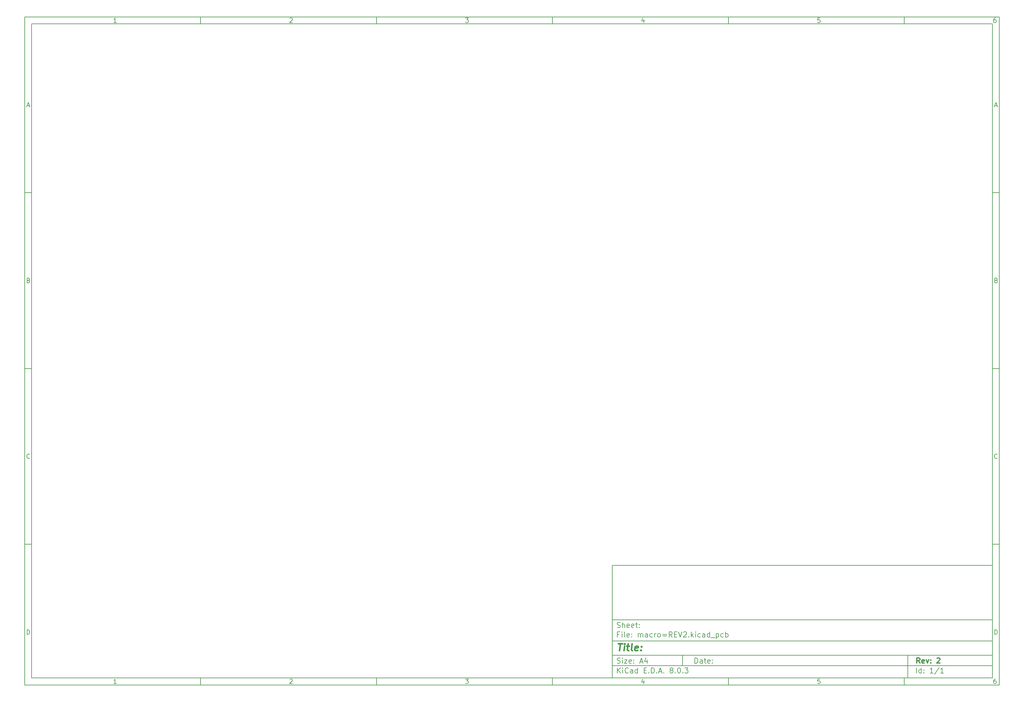
<source format=gbr>
%TF.GenerationSoftware,KiCad,Pcbnew,8.0.3*%
%TF.CreationDate,2024-06-18T21:33:20+02:00*%
%TF.ProjectId,macro=REV2,6d616372-6f3d-4524-9556-322e6b696361,2*%
%TF.SameCoordinates,Original*%
%TF.FileFunction,Paste,Bot*%
%TF.FilePolarity,Positive*%
%FSLAX46Y46*%
G04 Gerber Fmt 4.6, Leading zero omitted, Abs format (unit mm)*
G04 Created by KiCad (PCBNEW 8.0.3) date 2024-06-18 21:33:20*
%MOMM*%
%LPD*%
G01*
G04 APERTURE LIST*
%ADD10C,0.100000*%
%ADD11C,0.150000*%
%ADD12C,0.300000*%
%ADD13C,0.400000*%
G04 APERTURE END LIST*
D10*
D11*
X177002200Y-166007200D02*
X285002200Y-166007200D01*
X285002200Y-198007200D01*
X177002200Y-198007200D01*
X177002200Y-166007200D01*
D10*
D11*
X10000000Y-10000000D02*
X287002200Y-10000000D01*
X287002200Y-200007200D01*
X10000000Y-200007200D01*
X10000000Y-10000000D01*
D10*
D11*
X12000000Y-12000000D02*
X285002200Y-12000000D01*
X285002200Y-198007200D01*
X12000000Y-198007200D01*
X12000000Y-12000000D01*
D10*
D11*
X60000000Y-12000000D02*
X60000000Y-10000000D01*
D10*
D11*
X110000000Y-12000000D02*
X110000000Y-10000000D01*
D10*
D11*
X160000000Y-12000000D02*
X160000000Y-10000000D01*
D10*
D11*
X210000000Y-12000000D02*
X210000000Y-10000000D01*
D10*
D11*
X260000000Y-12000000D02*
X260000000Y-10000000D01*
D10*
D11*
X36089160Y-11593604D02*
X35346303Y-11593604D01*
X35717731Y-11593604D02*
X35717731Y-10293604D01*
X35717731Y-10293604D02*
X35593922Y-10479319D01*
X35593922Y-10479319D02*
X35470112Y-10603128D01*
X35470112Y-10603128D02*
X35346303Y-10665033D01*
D10*
D11*
X85346303Y-10417414D02*
X85408207Y-10355509D01*
X85408207Y-10355509D02*
X85532017Y-10293604D01*
X85532017Y-10293604D02*
X85841541Y-10293604D01*
X85841541Y-10293604D02*
X85965350Y-10355509D01*
X85965350Y-10355509D02*
X86027255Y-10417414D01*
X86027255Y-10417414D02*
X86089160Y-10541223D01*
X86089160Y-10541223D02*
X86089160Y-10665033D01*
X86089160Y-10665033D02*
X86027255Y-10850747D01*
X86027255Y-10850747D02*
X85284398Y-11593604D01*
X85284398Y-11593604D02*
X86089160Y-11593604D01*
D10*
D11*
X135284398Y-10293604D02*
X136089160Y-10293604D01*
X136089160Y-10293604D02*
X135655826Y-10788842D01*
X135655826Y-10788842D02*
X135841541Y-10788842D01*
X135841541Y-10788842D02*
X135965350Y-10850747D01*
X135965350Y-10850747D02*
X136027255Y-10912652D01*
X136027255Y-10912652D02*
X136089160Y-11036461D01*
X136089160Y-11036461D02*
X136089160Y-11345985D01*
X136089160Y-11345985D02*
X136027255Y-11469795D01*
X136027255Y-11469795D02*
X135965350Y-11531700D01*
X135965350Y-11531700D02*
X135841541Y-11593604D01*
X135841541Y-11593604D02*
X135470112Y-11593604D01*
X135470112Y-11593604D02*
X135346303Y-11531700D01*
X135346303Y-11531700D02*
X135284398Y-11469795D01*
D10*
D11*
X185965350Y-10726938D02*
X185965350Y-11593604D01*
X185655826Y-10231700D02*
X185346303Y-11160271D01*
X185346303Y-11160271D02*
X186151064Y-11160271D01*
D10*
D11*
X236027255Y-10293604D02*
X235408207Y-10293604D01*
X235408207Y-10293604D02*
X235346303Y-10912652D01*
X235346303Y-10912652D02*
X235408207Y-10850747D01*
X235408207Y-10850747D02*
X235532017Y-10788842D01*
X235532017Y-10788842D02*
X235841541Y-10788842D01*
X235841541Y-10788842D02*
X235965350Y-10850747D01*
X235965350Y-10850747D02*
X236027255Y-10912652D01*
X236027255Y-10912652D02*
X236089160Y-11036461D01*
X236089160Y-11036461D02*
X236089160Y-11345985D01*
X236089160Y-11345985D02*
X236027255Y-11469795D01*
X236027255Y-11469795D02*
X235965350Y-11531700D01*
X235965350Y-11531700D02*
X235841541Y-11593604D01*
X235841541Y-11593604D02*
X235532017Y-11593604D01*
X235532017Y-11593604D02*
X235408207Y-11531700D01*
X235408207Y-11531700D02*
X235346303Y-11469795D01*
D10*
D11*
X285965350Y-10293604D02*
X285717731Y-10293604D01*
X285717731Y-10293604D02*
X285593922Y-10355509D01*
X285593922Y-10355509D02*
X285532017Y-10417414D01*
X285532017Y-10417414D02*
X285408207Y-10603128D01*
X285408207Y-10603128D02*
X285346303Y-10850747D01*
X285346303Y-10850747D02*
X285346303Y-11345985D01*
X285346303Y-11345985D02*
X285408207Y-11469795D01*
X285408207Y-11469795D02*
X285470112Y-11531700D01*
X285470112Y-11531700D02*
X285593922Y-11593604D01*
X285593922Y-11593604D02*
X285841541Y-11593604D01*
X285841541Y-11593604D02*
X285965350Y-11531700D01*
X285965350Y-11531700D02*
X286027255Y-11469795D01*
X286027255Y-11469795D02*
X286089160Y-11345985D01*
X286089160Y-11345985D02*
X286089160Y-11036461D01*
X286089160Y-11036461D02*
X286027255Y-10912652D01*
X286027255Y-10912652D02*
X285965350Y-10850747D01*
X285965350Y-10850747D02*
X285841541Y-10788842D01*
X285841541Y-10788842D02*
X285593922Y-10788842D01*
X285593922Y-10788842D02*
X285470112Y-10850747D01*
X285470112Y-10850747D02*
X285408207Y-10912652D01*
X285408207Y-10912652D02*
X285346303Y-11036461D01*
D10*
D11*
X60000000Y-198007200D02*
X60000000Y-200007200D01*
D10*
D11*
X110000000Y-198007200D02*
X110000000Y-200007200D01*
D10*
D11*
X160000000Y-198007200D02*
X160000000Y-200007200D01*
D10*
D11*
X210000000Y-198007200D02*
X210000000Y-200007200D01*
D10*
D11*
X260000000Y-198007200D02*
X260000000Y-200007200D01*
D10*
D11*
X36089160Y-199600804D02*
X35346303Y-199600804D01*
X35717731Y-199600804D02*
X35717731Y-198300804D01*
X35717731Y-198300804D02*
X35593922Y-198486519D01*
X35593922Y-198486519D02*
X35470112Y-198610328D01*
X35470112Y-198610328D02*
X35346303Y-198672233D01*
D10*
D11*
X85346303Y-198424614D02*
X85408207Y-198362709D01*
X85408207Y-198362709D02*
X85532017Y-198300804D01*
X85532017Y-198300804D02*
X85841541Y-198300804D01*
X85841541Y-198300804D02*
X85965350Y-198362709D01*
X85965350Y-198362709D02*
X86027255Y-198424614D01*
X86027255Y-198424614D02*
X86089160Y-198548423D01*
X86089160Y-198548423D02*
X86089160Y-198672233D01*
X86089160Y-198672233D02*
X86027255Y-198857947D01*
X86027255Y-198857947D02*
X85284398Y-199600804D01*
X85284398Y-199600804D02*
X86089160Y-199600804D01*
D10*
D11*
X135284398Y-198300804D02*
X136089160Y-198300804D01*
X136089160Y-198300804D02*
X135655826Y-198796042D01*
X135655826Y-198796042D02*
X135841541Y-198796042D01*
X135841541Y-198796042D02*
X135965350Y-198857947D01*
X135965350Y-198857947D02*
X136027255Y-198919852D01*
X136027255Y-198919852D02*
X136089160Y-199043661D01*
X136089160Y-199043661D02*
X136089160Y-199353185D01*
X136089160Y-199353185D02*
X136027255Y-199476995D01*
X136027255Y-199476995D02*
X135965350Y-199538900D01*
X135965350Y-199538900D02*
X135841541Y-199600804D01*
X135841541Y-199600804D02*
X135470112Y-199600804D01*
X135470112Y-199600804D02*
X135346303Y-199538900D01*
X135346303Y-199538900D02*
X135284398Y-199476995D01*
D10*
D11*
X185965350Y-198734138D02*
X185965350Y-199600804D01*
X185655826Y-198238900D02*
X185346303Y-199167471D01*
X185346303Y-199167471D02*
X186151064Y-199167471D01*
D10*
D11*
X236027255Y-198300804D02*
X235408207Y-198300804D01*
X235408207Y-198300804D02*
X235346303Y-198919852D01*
X235346303Y-198919852D02*
X235408207Y-198857947D01*
X235408207Y-198857947D02*
X235532017Y-198796042D01*
X235532017Y-198796042D02*
X235841541Y-198796042D01*
X235841541Y-198796042D02*
X235965350Y-198857947D01*
X235965350Y-198857947D02*
X236027255Y-198919852D01*
X236027255Y-198919852D02*
X236089160Y-199043661D01*
X236089160Y-199043661D02*
X236089160Y-199353185D01*
X236089160Y-199353185D02*
X236027255Y-199476995D01*
X236027255Y-199476995D02*
X235965350Y-199538900D01*
X235965350Y-199538900D02*
X235841541Y-199600804D01*
X235841541Y-199600804D02*
X235532017Y-199600804D01*
X235532017Y-199600804D02*
X235408207Y-199538900D01*
X235408207Y-199538900D02*
X235346303Y-199476995D01*
D10*
D11*
X285965350Y-198300804D02*
X285717731Y-198300804D01*
X285717731Y-198300804D02*
X285593922Y-198362709D01*
X285593922Y-198362709D02*
X285532017Y-198424614D01*
X285532017Y-198424614D02*
X285408207Y-198610328D01*
X285408207Y-198610328D02*
X285346303Y-198857947D01*
X285346303Y-198857947D02*
X285346303Y-199353185D01*
X285346303Y-199353185D02*
X285408207Y-199476995D01*
X285408207Y-199476995D02*
X285470112Y-199538900D01*
X285470112Y-199538900D02*
X285593922Y-199600804D01*
X285593922Y-199600804D02*
X285841541Y-199600804D01*
X285841541Y-199600804D02*
X285965350Y-199538900D01*
X285965350Y-199538900D02*
X286027255Y-199476995D01*
X286027255Y-199476995D02*
X286089160Y-199353185D01*
X286089160Y-199353185D02*
X286089160Y-199043661D01*
X286089160Y-199043661D02*
X286027255Y-198919852D01*
X286027255Y-198919852D02*
X285965350Y-198857947D01*
X285965350Y-198857947D02*
X285841541Y-198796042D01*
X285841541Y-198796042D02*
X285593922Y-198796042D01*
X285593922Y-198796042D02*
X285470112Y-198857947D01*
X285470112Y-198857947D02*
X285408207Y-198919852D01*
X285408207Y-198919852D02*
X285346303Y-199043661D01*
D10*
D11*
X10000000Y-60000000D02*
X12000000Y-60000000D01*
D10*
D11*
X10000000Y-110000000D02*
X12000000Y-110000000D01*
D10*
D11*
X10000000Y-160000000D02*
X12000000Y-160000000D01*
D10*
D11*
X10690476Y-35222176D02*
X11309523Y-35222176D01*
X10566666Y-35593604D02*
X10999999Y-34293604D01*
X10999999Y-34293604D02*
X11433333Y-35593604D01*
D10*
D11*
X11092857Y-84912652D02*
X11278571Y-84974557D01*
X11278571Y-84974557D02*
X11340476Y-85036461D01*
X11340476Y-85036461D02*
X11402380Y-85160271D01*
X11402380Y-85160271D02*
X11402380Y-85345985D01*
X11402380Y-85345985D02*
X11340476Y-85469795D01*
X11340476Y-85469795D02*
X11278571Y-85531700D01*
X11278571Y-85531700D02*
X11154761Y-85593604D01*
X11154761Y-85593604D02*
X10659523Y-85593604D01*
X10659523Y-85593604D02*
X10659523Y-84293604D01*
X10659523Y-84293604D02*
X11092857Y-84293604D01*
X11092857Y-84293604D02*
X11216666Y-84355509D01*
X11216666Y-84355509D02*
X11278571Y-84417414D01*
X11278571Y-84417414D02*
X11340476Y-84541223D01*
X11340476Y-84541223D02*
X11340476Y-84665033D01*
X11340476Y-84665033D02*
X11278571Y-84788842D01*
X11278571Y-84788842D02*
X11216666Y-84850747D01*
X11216666Y-84850747D02*
X11092857Y-84912652D01*
X11092857Y-84912652D02*
X10659523Y-84912652D01*
D10*
D11*
X11402380Y-135469795D02*
X11340476Y-135531700D01*
X11340476Y-135531700D02*
X11154761Y-135593604D01*
X11154761Y-135593604D02*
X11030952Y-135593604D01*
X11030952Y-135593604D02*
X10845238Y-135531700D01*
X10845238Y-135531700D02*
X10721428Y-135407890D01*
X10721428Y-135407890D02*
X10659523Y-135284080D01*
X10659523Y-135284080D02*
X10597619Y-135036461D01*
X10597619Y-135036461D02*
X10597619Y-134850747D01*
X10597619Y-134850747D02*
X10659523Y-134603128D01*
X10659523Y-134603128D02*
X10721428Y-134479319D01*
X10721428Y-134479319D02*
X10845238Y-134355509D01*
X10845238Y-134355509D02*
X11030952Y-134293604D01*
X11030952Y-134293604D02*
X11154761Y-134293604D01*
X11154761Y-134293604D02*
X11340476Y-134355509D01*
X11340476Y-134355509D02*
X11402380Y-134417414D01*
D10*
D11*
X10659523Y-185593604D02*
X10659523Y-184293604D01*
X10659523Y-184293604D02*
X10969047Y-184293604D01*
X10969047Y-184293604D02*
X11154761Y-184355509D01*
X11154761Y-184355509D02*
X11278571Y-184479319D01*
X11278571Y-184479319D02*
X11340476Y-184603128D01*
X11340476Y-184603128D02*
X11402380Y-184850747D01*
X11402380Y-184850747D02*
X11402380Y-185036461D01*
X11402380Y-185036461D02*
X11340476Y-185284080D01*
X11340476Y-185284080D02*
X11278571Y-185407890D01*
X11278571Y-185407890D02*
X11154761Y-185531700D01*
X11154761Y-185531700D02*
X10969047Y-185593604D01*
X10969047Y-185593604D02*
X10659523Y-185593604D01*
D10*
D11*
X287002200Y-60000000D02*
X285002200Y-60000000D01*
D10*
D11*
X287002200Y-110000000D02*
X285002200Y-110000000D01*
D10*
D11*
X287002200Y-160000000D02*
X285002200Y-160000000D01*
D10*
D11*
X285692676Y-35222176D02*
X286311723Y-35222176D01*
X285568866Y-35593604D02*
X286002199Y-34293604D01*
X286002199Y-34293604D02*
X286435533Y-35593604D01*
D10*
D11*
X286095057Y-84912652D02*
X286280771Y-84974557D01*
X286280771Y-84974557D02*
X286342676Y-85036461D01*
X286342676Y-85036461D02*
X286404580Y-85160271D01*
X286404580Y-85160271D02*
X286404580Y-85345985D01*
X286404580Y-85345985D02*
X286342676Y-85469795D01*
X286342676Y-85469795D02*
X286280771Y-85531700D01*
X286280771Y-85531700D02*
X286156961Y-85593604D01*
X286156961Y-85593604D02*
X285661723Y-85593604D01*
X285661723Y-85593604D02*
X285661723Y-84293604D01*
X285661723Y-84293604D02*
X286095057Y-84293604D01*
X286095057Y-84293604D02*
X286218866Y-84355509D01*
X286218866Y-84355509D02*
X286280771Y-84417414D01*
X286280771Y-84417414D02*
X286342676Y-84541223D01*
X286342676Y-84541223D02*
X286342676Y-84665033D01*
X286342676Y-84665033D02*
X286280771Y-84788842D01*
X286280771Y-84788842D02*
X286218866Y-84850747D01*
X286218866Y-84850747D02*
X286095057Y-84912652D01*
X286095057Y-84912652D02*
X285661723Y-84912652D01*
D10*
D11*
X286404580Y-135469795D02*
X286342676Y-135531700D01*
X286342676Y-135531700D02*
X286156961Y-135593604D01*
X286156961Y-135593604D02*
X286033152Y-135593604D01*
X286033152Y-135593604D02*
X285847438Y-135531700D01*
X285847438Y-135531700D02*
X285723628Y-135407890D01*
X285723628Y-135407890D02*
X285661723Y-135284080D01*
X285661723Y-135284080D02*
X285599819Y-135036461D01*
X285599819Y-135036461D02*
X285599819Y-134850747D01*
X285599819Y-134850747D02*
X285661723Y-134603128D01*
X285661723Y-134603128D02*
X285723628Y-134479319D01*
X285723628Y-134479319D02*
X285847438Y-134355509D01*
X285847438Y-134355509D02*
X286033152Y-134293604D01*
X286033152Y-134293604D02*
X286156961Y-134293604D01*
X286156961Y-134293604D02*
X286342676Y-134355509D01*
X286342676Y-134355509D02*
X286404580Y-134417414D01*
D10*
D11*
X285661723Y-185593604D02*
X285661723Y-184293604D01*
X285661723Y-184293604D02*
X285971247Y-184293604D01*
X285971247Y-184293604D02*
X286156961Y-184355509D01*
X286156961Y-184355509D02*
X286280771Y-184479319D01*
X286280771Y-184479319D02*
X286342676Y-184603128D01*
X286342676Y-184603128D02*
X286404580Y-184850747D01*
X286404580Y-184850747D02*
X286404580Y-185036461D01*
X286404580Y-185036461D02*
X286342676Y-185284080D01*
X286342676Y-185284080D02*
X286280771Y-185407890D01*
X286280771Y-185407890D02*
X286156961Y-185531700D01*
X286156961Y-185531700D02*
X285971247Y-185593604D01*
X285971247Y-185593604D02*
X285661723Y-185593604D01*
D10*
D11*
X200458026Y-193793328D02*
X200458026Y-192293328D01*
X200458026Y-192293328D02*
X200815169Y-192293328D01*
X200815169Y-192293328D02*
X201029455Y-192364757D01*
X201029455Y-192364757D02*
X201172312Y-192507614D01*
X201172312Y-192507614D02*
X201243741Y-192650471D01*
X201243741Y-192650471D02*
X201315169Y-192936185D01*
X201315169Y-192936185D02*
X201315169Y-193150471D01*
X201315169Y-193150471D02*
X201243741Y-193436185D01*
X201243741Y-193436185D02*
X201172312Y-193579042D01*
X201172312Y-193579042D02*
X201029455Y-193721900D01*
X201029455Y-193721900D02*
X200815169Y-193793328D01*
X200815169Y-193793328D02*
X200458026Y-193793328D01*
X202600884Y-193793328D02*
X202600884Y-193007614D01*
X202600884Y-193007614D02*
X202529455Y-192864757D01*
X202529455Y-192864757D02*
X202386598Y-192793328D01*
X202386598Y-192793328D02*
X202100884Y-192793328D01*
X202100884Y-192793328D02*
X201958026Y-192864757D01*
X202600884Y-193721900D02*
X202458026Y-193793328D01*
X202458026Y-193793328D02*
X202100884Y-193793328D01*
X202100884Y-193793328D02*
X201958026Y-193721900D01*
X201958026Y-193721900D02*
X201886598Y-193579042D01*
X201886598Y-193579042D02*
X201886598Y-193436185D01*
X201886598Y-193436185D02*
X201958026Y-193293328D01*
X201958026Y-193293328D02*
X202100884Y-193221900D01*
X202100884Y-193221900D02*
X202458026Y-193221900D01*
X202458026Y-193221900D02*
X202600884Y-193150471D01*
X203100884Y-192793328D02*
X203672312Y-192793328D01*
X203315169Y-192293328D02*
X203315169Y-193579042D01*
X203315169Y-193579042D02*
X203386598Y-193721900D01*
X203386598Y-193721900D02*
X203529455Y-193793328D01*
X203529455Y-193793328D02*
X203672312Y-193793328D01*
X204743741Y-193721900D02*
X204600884Y-193793328D01*
X204600884Y-193793328D02*
X204315170Y-193793328D01*
X204315170Y-193793328D02*
X204172312Y-193721900D01*
X204172312Y-193721900D02*
X204100884Y-193579042D01*
X204100884Y-193579042D02*
X204100884Y-193007614D01*
X204100884Y-193007614D02*
X204172312Y-192864757D01*
X204172312Y-192864757D02*
X204315170Y-192793328D01*
X204315170Y-192793328D02*
X204600884Y-192793328D01*
X204600884Y-192793328D02*
X204743741Y-192864757D01*
X204743741Y-192864757D02*
X204815170Y-193007614D01*
X204815170Y-193007614D02*
X204815170Y-193150471D01*
X204815170Y-193150471D02*
X204100884Y-193293328D01*
X205458026Y-193650471D02*
X205529455Y-193721900D01*
X205529455Y-193721900D02*
X205458026Y-193793328D01*
X205458026Y-193793328D02*
X205386598Y-193721900D01*
X205386598Y-193721900D02*
X205458026Y-193650471D01*
X205458026Y-193650471D02*
X205458026Y-193793328D01*
X205458026Y-192864757D02*
X205529455Y-192936185D01*
X205529455Y-192936185D02*
X205458026Y-193007614D01*
X205458026Y-193007614D02*
X205386598Y-192936185D01*
X205386598Y-192936185D02*
X205458026Y-192864757D01*
X205458026Y-192864757D02*
X205458026Y-193007614D01*
D10*
D11*
X177002200Y-194507200D02*
X285002200Y-194507200D01*
D10*
D11*
X178458026Y-196593328D02*
X178458026Y-195093328D01*
X179315169Y-196593328D02*
X178672312Y-195736185D01*
X179315169Y-195093328D02*
X178458026Y-195950471D01*
X179958026Y-196593328D02*
X179958026Y-195593328D01*
X179958026Y-195093328D02*
X179886598Y-195164757D01*
X179886598Y-195164757D02*
X179958026Y-195236185D01*
X179958026Y-195236185D02*
X180029455Y-195164757D01*
X180029455Y-195164757D02*
X179958026Y-195093328D01*
X179958026Y-195093328D02*
X179958026Y-195236185D01*
X181529455Y-196450471D02*
X181458027Y-196521900D01*
X181458027Y-196521900D02*
X181243741Y-196593328D01*
X181243741Y-196593328D02*
X181100884Y-196593328D01*
X181100884Y-196593328D02*
X180886598Y-196521900D01*
X180886598Y-196521900D02*
X180743741Y-196379042D01*
X180743741Y-196379042D02*
X180672312Y-196236185D01*
X180672312Y-196236185D02*
X180600884Y-195950471D01*
X180600884Y-195950471D02*
X180600884Y-195736185D01*
X180600884Y-195736185D02*
X180672312Y-195450471D01*
X180672312Y-195450471D02*
X180743741Y-195307614D01*
X180743741Y-195307614D02*
X180886598Y-195164757D01*
X180886598Y-195164757D02*
X181100884Y-195093328D01*
X181100884Y-195093328D02*
X181243741Y-195093328D01*
X181243741Y-195093328D02*
X181458027Y-195164757D01*
X181458027Y-195164757D02*
X181529455Y-195236185D01*
X182815170Y-196593328D02*
X182815170Y-195807614D01*
X182815170Y-195807614D02*
X182743741Y-195664757D01*
X182743741Y-195664757D02*
X182600884Y-195593328D01*
X182600884Y-195593328D02*
X182315170Y-195593328D01*
X182315170Y-195593328D02*
X182172312Y-195664757D01*
X182815170Y-196521900D02*
X182672312Y-196593328D01*
X182672312Y-196593328D02*
X182315170Y-196593328D01*
X182315170Y-196593328D02*
X182172312Y-196521900D01*
X182172312Y-196521900D02*
X182100884Y-196379042D01*
X182100884Y-196379042D02*
X182100884Y-196236185D01*
X182100884Y-196236185D02*
X182172312Y-196093328D01*
X182172312Y-196093328D02*
X182315170Y-196021900D01*
X182315170Y-196021900D02*
X182672312Y-196021900D01*
X182672312Y-196021900D02*
X182815170Y-195950471D01*
X184172313Y-196593328D02*
X184172313Y-195093328D01*
X184172313Y-196521900D02*
X184029455Y-196593328D01*
X184029455Y-196593328D02*
X183743741Y-196593328D01*
X183743741Y-196593328D02*
X183600884Y-196521900D01*
X183600884Y-196521900D02*
X183529455Y-196450471D01*
X183529455Y-196450471D02*
X183458027Y-196307614D01*
X183458027Y-196307614D02*
X183458027Y-195879042D01*
X183458027Y-195879042D02*
X183529455Y-195736185D01*
X183529455Y-195736185D02*
X183600884Y-195664757D01*
X183600884Y-195664757D02*
X183743741Y-195593328D01*
X183743741Y-195593328D02*
X184029455Y-195593328D01*
X184029455Y-195593328D02*
X184172313Y-195664757D01*
X186029455Y-195807614D02*
X186529455Y-195807614D01*
X186743741Y-196593328D02*
X186029455Y-196593328D01*
X186029455Y-196593328D02*
X186029455Y-195093328D01*
X186029455Y-195093328D02*
X186743741Y-195093328D01*
X187386598Y-196450471D02*
X187458027Y-196521900D01*
X187458027Y-196521900D02*
X187386598Y-196593328D01*
X187386598Y-196593328D02*
X187315170Y-196521900D01*
X187315170Y-196521900D02*
X187386598Y-196450471D01*
X187386598Y-196450471D02*
X187386598Y-196593328D01*
X188100884Y-196593328D02*
X188100884Y-195093328D01*
X188100884Y-195093328D02*
X188458027Y-195093328D01*
X188458027Y-195093328D02*
X188672313Y-195164757D01*
X188672313Y-195164757D02*
X188815170Y-195307614D01*
X188815170Y-195307614D02*
X188886599Y-195450471D01*
X188886599Y-195450471D02*
X188958027Y-195736185D01*
X188958027Y-195736185D02*
X188958027Y-195950471D01*
X188958027Y-195950471D02*
X188886599Y-196236185D01*
X188886599Y-196236185D02*
X188815170Y-196379042D01*
X188815170Y-196379042D02*
X188672313Y-196521900D01*
X188672313Y-196521900D02*
X188458027Y-196593328D01*
X188458027Y-196593328D02*
X188100884Y-196593328D01*
X189600884Y-196450471D02*
X189672313Y-196521900D01*
X189672313Y-196521900D02*
X189600884Y-196593328D01*
X189600884Y-196593328D02*
X189529456Y-196521900D01*
X189529456Y-196521900D02*
X189600884Y-196450471D01*
X189600884Y-196450471D02*
X189600884Y-196593328D01*
X190243742Y-196164757D02*
X190958028Y-196164757D01*
X190100885Y-196593328D02*
X190600885Y-195093328D01*
X190600885Y-195093328D02*
X191100885Y-196593328D01*
X191600884Y-196450471D02*
X191672313Y-196521900D01*
X191672313Y-196521900D02*
X191600884Y-196593328D01*
X191600884Y-196593328D02*
X191529456Y-196521900D01*
X191529456Y-196521900D02*
X191600884Y-196450471D01*
X191600884Y-196450471D02*
X191600884Y-196593328D01*
X193672313Y-195736185D02*
X193529456Y-195664757D01*
X193529456Y-195664757D02*
X193458027Y-195593328D01*
X193458027Y-195593328D02*
X193386599Y-195450471D01*
X193386599Y-195450471D02*
X193386599Y-195379042D01*
X193386599Y-195379042D02*
X193458027Y-195236185D01*
X193458027Y-195236185D02*
X193529456Y-195164757D01*
X193529456Y-195164757D02*
X193672313Y-195093328D01*
X193672313Y-195093328D02*
X193958027Y-195093328D01*
X193958027Y-195093328D02*
X194100885Y-195164757D01*
X194100885Y-195164757D02*
X194172313Y-195236185D01*
X194172313Y-195236185D02*
X194243742Y-195379042D01*
X194243742Y-195379042D02*
X194243742Y-195450471D01*
X194243742Y-195450471D02*
X194172313Y-195593328D01*
X194172313Y-195593328D02*
X194100885Y-195664757D01*
X194100885Y-195664757D02*
X193958027Y-195736185D01*
X193958027Y-195736185D02*
X193672313Y-195736185D01*
X193672313Y-195736185D02*
X193529456Y-195807614D01*
X193529456Y-195807614D02*
X193458027Y-195879042D01*
X193458027Y-195879042D02*
X193386599Y-196021900D01*
X193386599Y-196021900D02*
X193386599Y-196307614D01*
X193386599Y-196307614D02*
X193458027Y-196450471D01*
X193458027Y-196450471D02*
X193529456Y-196521900D01*
X193529456Y-196521900D02*
X193672313Y-196593328D01*
X193672313Y-196593328D02*
X193958027Y-196593328D01*
X193958027Y-196593328D02*
X194100885Y-196521900D01*
X194100885Y-196521900D02*
X194172313Y-196450471D01*
X194172313Y-196450471D02*
X194243742Y-196307614D01*
X194243742Y-196307614D02*
X194243742Y-196021900D01*
X194243742Y-196021900D02*
X194172313Y-195879042D01*
X194172313Y-195879042D02*
X194100885Y-195807614D01*
X194100885Y-195807614D02*
X193958027Y-195736185D01*
X194886598Y-196450471D02*
X194958027Y-196521900D01*
X194958027Y-196521900D02*
X194886598Y-196593328D01*
X194886598Y-196593328D02*
X194815170Y-196521900D01*
X194815170Y-196521900D02*
X194886598Y-196450471D01*
X194886598Y-196450471D02*
X194886598Y-196593328D01*
X195886599Y-195093328D02*
X196029456Y-195093328D01*
X196029456Y-195093328D02*
X196172313Y-195164757D01*
X196172313Y-195164757D02*
X196243742Y-195236185D01*
X196243742Y-195236185D02*
X196315170Y-195379042D01*
X196315170Y-195379042D02*
X196386599Y-195664757D01*
X196386599Y-195664757D02*
X196386599Y-196021900D01*
X196386599Y-196021900D02*
X196315170Y-196307614D01*
X196315170Y-196307614D02*
X196243742Y-196450471D01*
X196243742Y-196450471D02*
X196172313Y-196521900D01*
X196172313Y-196521900D02*
X196029456Y-196593328D01*
X196029456Y-196593328D02*
X195886599Y-196593328D01*
X195886599Y-196593328D02*
X195743742Y-196521900D01*
X195743742Y-196521900D02*
X195672313Y-196450471D01*
X195672313Y-196450471D02*
X195600884Y-196307614D01*
X195600884Y-196307614D02*
X195529456Y-196021900D01*
X195529456Y-196021900D02*
X195529456Y-195664757D01*
X195529456Y-195664757D02*
X195600884Y-195379042D01*
X195600884Y-195379042D02*
X195672313Y-195236185D01*
X195672313Y-195236185D02*
X195743742Y-195164757D01*
X195743742Y-195164757D02*
X195886599Y-195093328D01*
X197029455Y-196450471D02*
X197100884Y-196521900D01*
X197100884Y-196521900D02*
X197029455Y-196593328D01*
X197029455Y-196593328D02*
X196958027Y-196521900D01*
X196958027Y-196521900D02*
X197029455Y-196450471D01*
X197029455Y-196450471D02*
X197029455Y-196593328D01*
X197600884Y-195093328D02*
X198529456Y-195093328D01*
X198529456Y-195093328D02*
X198029456Y-195664757D01*
X198029456Y-195664757D02*
X198243741Y-195664757D01*
X198243741Y-195664757D02*
X198386599Y-195736185D01*
X198386599Y-195736185D02*
X198458027Y-195807614D01*
X198458027Y-195807614D02*
X198529456Y-195950471D01*
X198529456Y-195950471D02*
X198529456Y-196307614D01*
X198529456Y-196307614D02*
X198458027Y-196450471D01*
X198458027Y-196450471D02*
X198386599Y-196521900D01*
X198386599Y-196521900D02*
X198243741Y-196593328D01*
X198243741Y-196593328D02*
X197815170Y-196593328D01*
X197815170Y-196593328D02*
X197672313Y-196521900D01*
X197672313Y-196521900D02*
X197600884Y-196450471D01*
D10*
D11*
X177002200Y-191507200D02*
X285002200Y-191507200D01*
D10*
D12*
X264413853Y-193785528D02*
X263913853Y-193071242D01*
X263556710Y-193785528D02*
X263556710Y-192285528D01*
X263556710Y-192285528D02*
X264128139Y-192285528D01*
X264128139Y-192285528D02*
X264270996Y-192356957D01*
X264270996Y-192356957D02*
X264342425Y-192428385D01*
X264342425Y-192428385D02*
X264413853Y-192571242D01*
X264413853Y-192571242D02*
X264413853Y-192785528D01*
X264413853Y-192785528D02*
X264342425Y-192928385D01*
X264342425Y-192928385D02*
X264270996Y-192999814D01*
X264270996Y-192999814D02*
X264128139Y-193071242D01*
X264128139Y-193071242D02*
X263556710Y-193071242D01*
X265628139Y-193714100D02*
X265485282Y-193785528D01*
X265485282Y-193785528D02*
X265199568Y-193785528D01*
X265199568Y-193785528D02*
X265056710Y-193714100D01*
X265056710Y-193714100D02*
X264985282Y-193571242D01*
X264985282Y-193571242D02*
X264985282Y-192999814D01*
X264985282Y-192999814D02*
X265056710Y-192856957D01*
X265056710Y-192856957D02*
X265199568Y-192785528D01*
X265199568Y-192785528D02*
X265485282Y-192785528D01*
X265485282Y-192785528D02*
X265628139Y-192856957D01*
X265628139Y-192856957D02*
X265699568Y-192999814D01*
X265699568Y-192999814D02*
X265699568Y-193142671D01*
X265699568Y-193142671D02*
X264985282Y-193285528D01*
X266199567Y-192785528D02*
X266556710Y-193785528D01*
X266556710Y-193785528D02*
X266913853Y-192785528D01*
X267485281Y-193642671D02*
X267556710Y-193714100D01*
X267556710Y-193714100D02*
X267485281Y-193785528D01*
X267485281Y-193785528D02*
X267413853Y-193714100D01*
X267413853Y-193714100D02*
X267485281Y-193642671D01*
X267485281Y-193642671D02*
X267485281Y-193785528D01*
X267485281Y-192856957D02*
X267556710Y-192928385D01*
X267556710Y-192928385D02*
X267485281Y-192999814D01*
X267485281Y-192999814D02*
X267413853Y-192928385D01*
X267413853Y-192928385D02*
X267485281Y-192856957D01*
X267485281Y-192856957D02*
X267485281Y-192999814D01*
X269270996Y-192428385D02*
X269342424Y-192356957D01*
X269342424Y-192356957D02*
X269485282Y-192285528D01*
X269485282Y-192285528D02*
X269842424Y-192285528D01*
X269842424Y-192285528D02*
X269985282Y-192356957D01*
X269985282Y-192356957D02*
X270056710Y-192428385D01*
X270056710Y-192428385D02*
X270128139Y-192571242D01*
X270128139Y-192571242D02*
X270128139Y-192714100D01*
X270128139Y-192714100D02*
X270056710Y-192928385D01*
X270056710Y-192928385D02*
X269199567Y-193785528D01*
X269199567Y-193785528D02*
X270128139Y-193785528D01*
D10*
D11*
X178386598Y-193721900D02*
X178600884Y-193793328D01*
X178600884Y-193793328D02*
X178958026Y-193793328D01*
X178958026Y-193793328D02*
X179100884Y-193721900D01*
X179100884Y-193721900D02*
X179172312Y-193650471D01*
X179172312Y-193650471D02*
X179243741Y-193507614D01*
X179243741Y-193507614D02*
X179243741Y-193364757D01*
X179243741Y-193364757D02*
X179172312Y-193221900D01*
X179172312Y-193221900D02*
X179100884Y-193150471D01*
X179100884Y-193150471D02*
X178958026Y-193079042D01*
X178958026Y-193079042D02*
X178672312Y-193007614D01*
X178672312Y-193007614D02*
X178529455Y-192936185D01*
X178529455Y-192936185D02*
X178458026Y-192864757D01*
X178458026Y-192864757D02*
X178386598Y-192721900D01*
X178386598Y-192721900D02*
X178386598Y-192579042D01*
X178386598Y-192579042D02*
X178458026Y-192436185D01*
X178458026Y-192436185D02*
X178529455Y-192364757D01*
X178529455Y-192364757D02*
X178672312Y-192293328D01*
X178672312Y-192293328D02*
X179029455Y-192293328D01*
X179029455Y-192293328D02*
X179243741Y-192364757D01*
X179886597Y-193793328D02*
X179886597Y-192793328D01*
X179886597Y-192293328D02*
X179815169Y-192364757D01*
X179815169Y-192364757D02*
X179886597Y-192436185D01*
X179886597Y-192436185D02*
X179958026Y-192364757D01*
X179958026Y-192364757D02*
X179886597Y-192293328D01*
X179886597Y-192293328D02*
X179886597Y-192436185D01*
X180458026Y-192793328D02*
X181243741Y-192793328D01*
X181243741Y-192793328D02*
X180458026Y-193793328D01*
X180458026Y-193793328D02*
X181243741Y-193793328D01*
X182386598Y-193721900D02*
X182243741Y-193793328D01*
X182243741Y-193793328D02*
X181958027Y-193793328D01*
X181958027Y-193793328D02*
X181815169Y-193721900D01*
X181815169Y-193721900D02*
X181743741Y-193579042D01*
X181743741Y-193579042D02*
X181743741Y-193007614D01*
X181743741Y-193007614D02*
X181815169Y-192864757D01*
X181815169Y-192864757D02*
X181958027Y-192793328D01*
X181958027Y-192793328D02*
X182243741Y-192793328D01*
X182243741Y-192793328D02*
X182386598Y-192864757D01*
X182386598Y-192864757D02*
X182458027Y-193007614D01*
X182458027Y-193007614D02*
X182458027Y-193150471D01*
X182458027Y-193150471D02*
X181743741Y-193293328D01*
X183100883Y-193650471D02*
X183172312Y-193721900D01*
X183172312Y-193721900D02*
X183100883Y-193793328D01*
X183100883Y-193793328D02*
X183029455Y-193721900D01*
X183029455Y-193721900D02*
X183100883Y-193650471D01*
X183100883Y-193650471D02*
X183100883Y-193793328D01*
X183100883Y-192864757D02*
X183172312Y-192936185D01*
X183172312Y-192936185D02*
X183100883Y-193007614D01*
X183100883Y-193007614D02*
X183029455Y-192936185D01*
X183029455Y-192936185D02*
X183100883Y-192864757D01*
X183100883Y-192864757D02*
X183100883Y-193007614D01*
X184886598Y-193364757D02*
X185600884Y-193364757D01*
X184743741Y-193793328D02*
X185243741Y-192293328D01*
X185243741Y-192293328D02*
X185743741Y-193793328D01*
X186886598Y-192793328D02*
X186886598Y-193793328D01*
X186529455Y-192221900D02*
X186172312Y-193293328D01*
X186172312Y-193293328D02*
X187100883Y-193293328D01*
D10*
D11*
X263458026Y-196593328D02*
X263458026Y-195093328D01*
X264815170Y-196593328D02*
X264815170Y-195093328D01*
X264815170Y-196521900D02*
X264672312Y-196593328D01*
X264672312Y-196593328D02*
X264386598Y-196593328D01*
X264386598Y-196593328D02*
X264243741Y-196521900D01*
X264243741Y-196521900D02*
X264172312Y-196450471D01*
X264172312Y-196450471D02*
X264100884Y-196307614D01*
X264100884Y-196307614D02*
X264100884Y-195879042D01*
X264100884Y-195879042D02*
X264172312Y-195736185D01*
X264172312Y-195736185D02*
X264243741Y-195664757D01*
X264243741Y-195664757D02*
X264386598Y-195593328D01*
X264386598Y-195593328D02*
X264672312Y-195593328D01*
X264672312Y-195593328D02*
X264815170Y-195664757D01*
X265529455Y-196450471D02*
X265600884Y-196521900D01*
X265600884Y-196521900D02*
X265529455Y-196593328D01*
X265529455Y-196593328D02*
X265458027Y-196521900D01*
X265458027Y-196521900D02*
X265529455Y-196450471D01*
X265529455Y-196450471D02*
X265529455Y-196593328D01*
X265529455Y-195664757D02*
X265600884Y-195736185D01*
X265600884Y-195736185D02*
X265529455Y-195807614D01*
X265529455Y-195807614D02*
X265458027Y-195736185D01*
X265458027Y-195736185D02*
X265529455Y-195664757D01*
X265529455Y-195664757D02*
X265529455Y-195807614D01*
X268172313Y-196593328D02*
X267315170Y-196593328D01*
X267743741Y-196593328D02*
X267743741Y-195093328D01*
X267743741Y-195093328D02*
X267600884Y-195307614D01*
X267600884Y-195307614D02*
X267458027Y-195450471D01*
X267458027Y-195450471D02*
X267315170Y-195521900D01*
X269886598Y-195021900D02*
X268600884Y-196950471D01*
X271172313Y-196593328D02*
X270315170Y-196593328D01*
X270743741Y-196593328D02*
X270743741Y-195093328D01*
X270743741Y-195093328D02*
X270600884Y-195307614D01*
X270600884Y-195307614D02*
X270458027Y-195450471D01*
X270458027Y-195450471D02*
X270315170Y-195521900D01*
D10*
D11*
X177002200Y-187507200D02*
X285002200Y-187507200D01*
D10*
D13*
X178693928Y-188211638D02*
X179836785Y-188211638D01*
X179015357Y-190211638D02*
X179265357Y-188211638D01*
X180253452Y-190211638D02*
X180420119Y-188878304D01*
X180503452Y-188211638D02*
X180396309Y-188306876D01*
X180396309Y-188306876D02*
X180479643Y-188402114D01*
X180479643Y-188402114D02*
X180586786Y-188306876D01*
X180586786Y-188306876D02*
X180503452Y-188211638D01*
X180503452Y-188211638D02*
X180479643Y-188402114D01*
X181086786Y-188878304D02*
X181848690Y-188878304D01*
X181455833Y-188211638D02*
X181241548Y-189925923D01*
X181241548Y-189925923D02*
X181312976Y-190116400D01*
X181312976Y-190116400D02*
X181491548Y-190211638D01*
X181491548Y-190211638D02*
X181682024Y-190211638D01*
X182634405Y-190211638D02*
X182455833Y-190116400D01*
X182455833Y-190116400D02*
X182384405Y-189925923D01*
X182384405Y-189925923D02*
X182598690Y-188211638D01*
X184170119Y-190116400D02*
X183967738Y-190211638D01*
X183967738Y-190211638D02*
X183586785Y-190211638D01*
X183586785Y-190211638D02*
X183408214Y-190116400D01*
X183408214Y-190116400D02*
X183336785Y-189925923D01*
X183336785Y-189925923D02*
X183432024Y-189164019D01*
X183432024Y-189164019D02*
X183551071Y-188973542D01*
X183551071Y-188973542D02*
X183753452Y-188878304D01*
X183753452Y-188878304D02*
X184134404Y-188878304D01*
X184134404Y-188878304D02*
X184312976Y-188973542D01*
X184312976Y-188973542D02*
X184384404Y-189164019D01*
X184384404Y-189164019D02*
X184360595Y-189354495D01*
X184360595Y-189354495D02*
X183384404Y-189544971D01*
X185134405Y-190021161D02*
X185217738Y-190116400D01*
X185217738Y-190116400D02*
X185110595Y-190211638D01*
X185110595Y-190211638D02*
X185027262Y-190116400D01*
X185027262Y-190116400D02*
X185134405Y-190021161D01*
X185134405Y-190021161D02*
X185110595Y-190211638D01*
X185265357Y-188973542D02*
X185348690Y-189068780D01*
X185348690Y-189068780D02*
X185241548Y-189164019D01*
X185241548Y-189164019D02*
X185158214Y-189068780D01*
X185158214Y-189068780D02*
X185265357Y-188973542D01*
X185265357Y-188973542D02*
X185241548Y-189164019D01*
D10*
D11*
X178958026Y-185607614D02*
X178458026Y-185607614D01*
X178458026Y-186393328D02*
X178458026Y-184893328D01*
X178458026Y-184893328D02*
X179172312Y-184893328D01*
X179743740Y-186393328D02*
X179743740Y-185393328D01*
X179743740Y-184893328D02*
X179672312Y-184964757D01*
X179672312Y-184964757D02*
X179743740Y-185036185D01*
X179743740Y-185036185D02*
X179815169Y-184964757D01*
X179815169Y-184964757D02*
X179743740Y-184893328D01*
X179743740Y-184893328D02*
X179743740Y-185036185D01*
X180672312Y-186393328D02*
X180529455Y-186321900D01*
X180529455Y-186321900D02*
X180458026Y-186179042D01*
X180458026Y-186179042D02*
X180458026Y-184893328D01*
X181815169Y-186321900D02*
X181672312Y-186393328D01*
X181672312Y-186393328D02*
X181386598Y-186393328D01*
X181386598Y-186393328D02*
X181243740Y-186321900D01*
X181243740Y-186321900D02*
X181172312Y-186179042D01*
X181172312Y-186179042D02*
X181172312Y-185607614D01*
X181172312Y-185607614D02*
X181243740Y-185464757D01*
X181243740Y-185464757D02*
X181386598Y-185393328D01*
X181386598Y-185393328D02*
X181672312Y-185393328D01*
X181672312Y-185393328D02*
X181815169Y-185464757D01*
X181815169Y-185464757D02*
X181886598Y-185607614D01*
X181886598Y-185607614D02*
X181886598Y-185750471D01*
X181886598Y-185750471D02*
X181172312Y-185893328D01*
X182529454Y-186250471D02*
X182600883Y-186321900D01*
X182600883Y-186321900D02*
X182529454Y-186393328D01*
X182529454Y-186393328D02*
X182458026Y-186321900D01*
X182458026Y-186321900D02*
X182529454Y-186250471D01*
X182529454Y-186250471D02*
X182529454Y-186393328D01*
X182529454Y-185464757D02*
X182600883Y-185536185D01*
X182600883Y-185536185D02*
X182529454Y-185607614D01*
X182529454Y-185607614D02*
X182458026Y-185536185D01*
X182458026Y-185536185D02*
X182529454Y-185464757D01*
X182529454Y-185464757D02*
X182529454Y-185607614D01*
X184386597Y-186393328D02*
X184386597Y-185393328D01*
X184386597Y-185536185D02*
X184458026Y-185464757D01*
X184458026Y-185464757D02*
X184600883Y-185393328D01*
X184600883Y-185393328D02*
X184815169Y-185393328D01*
X184815169Y-185393328D02*
X184958026Y-185464757D01*
X184958026Y-185464757D02*
X185029455Y-185607614D01*
X185029455Y-185607614D02*
X185029455Y-186393328D01*
X185029455Y-185607614D02*
X185100883Y-185464757D01*
X185100883Y-185464757D02*
X185243740Y-185393328D01*
X185243740Y-185393328D02*
X185458026Y-185393328D01*
X185458026Y-185393328D02*
X185600883Y-185464757D01*
X185600883Y-185464757D02*
X185672312Y-185607614D01*
X185672312Y-185607614D02*
X185672312Y-186393328D01*
X187029455Y-186393328D02*
X187029455Y-185607614D01*
X187029455Y-185607614D02*
X186958026Y-185464757D01*
X186958026Y-185464757D02*
X186815169Y-185393328D01*
X186815169Y-185393328D02*
X186529455Y-185393328D01*
X186529455Y-185393328D02*
X186386597Y-185464757D01*
X187029455Y-186321900D02*
X186886597Y-186393328D01*
X186886597Y-186393328D02*
X186529455Y-186393328D01*
X186529455Y-186393328D02*
X186386597Y-186321900D01*
X186386597Y-186321900D02*
X186315169Y-186179042D01*
X186315169Y-186179042D02*
X186315169Y-186036185D01*
X186315169Y-186036185D02*
X186386597Y-185893328D01*
X186386597Y-185893328D02*
X186529455Y-185821900D01*
X186529455Y-185821900D02*
X186886597Y-185821900D01*
X186886597Y-185821900D02*
X187029455Y-185750471D01*
X188386598Y-186321900D02*
X188243740Y-186393328D01*
X188243740Y-186393328D02*
X187958026Y-186393328D01*
X187958026Y-186393328D02*
X187815169Y-186321900D01*
X187815169Y-186321900D02*
X187743740Y-186250471D01*
X187743740Y-186250471D02*
X187672312Y-186107614D01*
X187672312Y-186107614D02*
X187672312Y-185679042D01*
X187672312Y-185679042D02*
X187743740Y-185536185D01*
X187743740Y-185536185D02*
X187815169Y-185464757D01*
X187815169Y-185464757D02*
X187958026Y-185393328D01*
X187958026Y-185393328D02*
X188243740Y-185393328D01*
X188243740Y-185393328D02*
X188386598Y-185464757D01*
X189029454Y-186393328D02*
X189029454Y-185393328D01*
X189029454Y-185679042D02*
X189100883Y-185536185D01*
X189100883Y-185536185D02*
X189172312Y-185464757D01*
X189172312Y-185464757D02*
X189315169Y-185393328D01*
X189315169Y-185393328D02*
X189458026Y-185393328D01*
X190172311Y-186393328D02*
X190029454Y-186321900D01*
X190029454Y-186321900D02*
X189958025Y-186250471D01*
X189958025Y-186250471D02*
X189886597Y-186107614D01*
X189886597Y-186107614D02*
X189886597Y-185679042D01*
X189886597Y-185679042D02*
X189958025Y-185536185D01*
X189958025Y-185536185D02*
X190029454Y-185464757D01*
X190029454Y-185464757D02*
X190172311Y-185393328D01*
X190172311Y-185393328D02*
X190386597Y-185393328D01*
X190386597Y-185393328D02*
X190529454Y-185464757D01*
X190529454Y-185464757D02*
X190600883Y-185536185D01*
X190600883Y-185536185D02*
X190672311Y-185679042D01*
X190672311Y-185679042D02*
X190672311Y-186107614D01*
X190672311Y-186107614D02*
X190600883Y-186250471D01*
X190600883Y-186250471D02*
X190529454Y-186321900D01*
X190529454Y-186321900D02*
X190386597Y-186393328D01*
X190386597Y-186393328D02*
X190172311Y-186393328D01*
X191315168Y-185607614D02*
X192458026Y-185607614D01*
X192458026Y-186036185D02*
X191315168Y-186036185D01*
X194029454Y-186393328D02*
X193529454Y-185679042D01*
X193172311Y-186393328D02*
X193172311Y-184893328D01*
X193172311Y-184893328D02*
X193743740Y-184893328D01*
X193743740Y-184893328D02*
X193886597Y-184964757D01*
X193886597Y-184964757D02*
X193958026Y-185036185D01*
X193958026Y-185036185D02*
X194029454Y-185179042D01*
X194029454Y-185179042D02*
X194029454Y-185393328D01*
X194029454Y-185393328D02*
X193958026Y-185536185D01*
X193958026Y-185536185D02*
X193886597Y-185607614D01*
X193886597Y-185607614D02*
X193743740Y-185679042D01*
X193743740Y-185679042D02*
X193172311Y-185679042D01*
X194672311Y-185607614D02*
X195172311Y-185607614D01*
X195386597Y-186393328D02*
X194672311Y-186393328D01*
X194672311Y-186393328D02*
X194672311Y-184893328D01*
X194672311Y-184893328D02*
X195386597Y-184893328D01*
X195815169Y-184893328D02*
X196315169Y-186393328D01*
X196315169Y-186393328D02*
X196815169Y-184893328D01*
X197243740Y-185036185D02*
X197315168Y-184964757D01*
X197315168Y-184964757D02*
X197458026Y-184893328D01*
X197458026Y-184893328D02*
X197815168Y-184893328D01*
X197815168Y-184893328D02*
X197958026Y-184964757D01*
X197958026Y-184964757D02*
X198029454Y-185036185D01*
X198029454Y-185036185D02*
X198100883Y-185179042D01*
X198100883Y-185179042D02*
X198100883Y-185321900D01*
X198100883Y-185321900D02*
X198029454Y-185536185D01*
X198029454Y-185536185D02*
X197172311Y-186393328D01*
X197172311Y-186393328D02*
X198100883Y-186393328D01*
X198743739Y-186250471D02*
X198815168Y-186321900D01*
X198815168Y-186321900D02*
X198743739Y-186393328D01*
X198743739Y-186393328D02*
X198672311Y-186321900D01*
X198672311Y-186321900D02*
X198743739Y-186250471D01*
X198743739Y-186250471D02*
X198743739Y-186393328D01*
X199458025Y-186393328D02*
X199458025Y-184893328D01*
X199600883Y-185821900D02*
X200029454Y-186393328D01*
X200029454Y-185393328D02*
X199458025Y-185964757D01*
X200672311Y-186393328D02*
X200672311Y-185393328D01*
X200672311Y-184893328D02*
X200600883Y-184964757D01*
X200600883Y-184964757D02*
X200672311Y-185036185D01*
X200672311Y-185036185D02*
X200743740Y-184964757D01*
X200743740Y-184964757D02*
X200672311Y-184893328D01*
X200672311Y-184893328D02*
X200672311Y-185036185D01*
X202029455Y-186321900D02*
X201886597Y-186393328D01*
X201886597Y-186393328D02*
X201600883Y-186393328D01*
X201600883Y-186393328D02*
X201458026Y-186321900D01*
X201458026Y-186321900D02*
X201386597Y-186250471D01*
X201386597Y-186250471D02*
X201315169Y-186107614D01*
X201315169Y-186107614D02*
X201315169Y-185679042D01*
X201315169Y-185679042D02*
X201386597Y-185536185D01*
X201386597Y-185536185D02*
X201458026Y-185464757D01*
X201458026Y-185464757D02*
X201600883Y-185393328D01*
X201600883Y-185393328D02*
X201886597Y-185393328D01*
X201886597Y-185393328D02*
X202029455Y-185464757D01*
X203315169Y-186393328D02*
X203315169Y-185607614D01*
X203315169Y-185607614D02*
X203243740Y-185464757D01*
X203243740Y-185464757D02*
X203100883Y-185393328D01*
X203100883Y-185393328D02*
X202815169Y-185393328D01*
X202815169Y-185393328D02*
X202672311Y-185464757D01*
X203315169Y-186321900D02*
X203172311Y-186393328D01*
X203172311Y-186393328D02*
X202815169Y-186393328D01*
X202815169Y-186393328D02*
X202672311Y-186321900D01*
X202672311Y-186321900D02*
X202600883Y-186179042D01*
X202600883Y-186179042D02*
X202600883Y-186036185D01*
X202600883Y-186036185D02*
X202672311Y-185893328D01*
X202672311Y-185893328D02*
X202815169Y-185821900D01*
X202815169Y-185821900D02*
X203172311Y-185821900D01*
X203172311Y-185821900D02*
X203315169Y-185750471D01*
X204672312Y-186393328D02*
X204672312Y-184893328D01*
X204672312Y-186321900D02*
X204529454Y-186393328D01*
X204529454Y-186393328D02*
X204243740Y-186393328D01*
X204243740Y-186393328D02*
X204100883Y-186321900D01*
X204100883Y-186321900D02*
X204029454Y-186250471D01*
X204029454Y-186250471D02*
X203958026Y-186107614D01*
X203958026Y-186107614D02*
X203958026Y-185679042D01*
X203958026Y-185679042D02*
X204029454Y-185536185D01*
X204029454Y-185536185D02*
X204100883Y-185464757D01*
X204100883Y-185464757D02*
X204243740Y-185393328D01*
X204243740Y-185393328D02*
X204529454Y-185393328D01*
X204529454Y-185393328D02*
X204672312Y-185464757D01*
X205029455Y-186536185D02*
X206172312Y-186536185D01*
X206529454Y-185393328D02*
X206529454Y-186893328D01*
X206529454Y-185464757D02*
X206672312Y-185393328D01*
X206672312Y-185393328D02*
X206958026Y-185393328D01*
X206958026Y-185393328D02*
X207100883Y-185464757D01*
X207100883Y-185464757D02*
X207172312Y-185536185D01*
X207172312Y-185536185D02*
X207243740Y-185679042D01*
X207243740Y-185679042D02*
X207243740Y-186107614D01*
X207243740Y-186107614D02*
X207172312Y-186250471D01*
X207172312Y-186250471D02*
X207100883Y-186321900D01*
X207100883Y-186321900D02*
X206958026Y-186393328D01*
X206958026Y-186393328D02*
X206672312Y-186393328D01*
X206672312Y-186393328D02*
X206529454Y-186321900D01*
X208529455Y-186321900D02*
X208386597Y-186393328D01*
X208386597Y-186393328D02*
X208100883Y-186393328D01*
X208100883Y-186393328D02*
X207958026Y-186321900D01*
X207958026Y-186321900D02*
X207886597Y-186250471D01*
X207886597Y-186250471D02*
X207815169Y-186107614D01*
X207815169Y-186107614D02*
X207815169Y-185679042D01*
X207815169Y-185679042D02*
X207886597Y-185536185D01*
X207886597Y-185536185D02*
X207958026Y-185464757D01*
X207958026Y-185464757D02*
X208100883Y-185393328D01*
X208100883Y-185393328D02*
X208386597Y-185393328D01*
X208386597Y-185393328D02*
X208529455Y-185464757D01*
X209172311Y-186393328D02*
X209172311Y-184893328D01*
X209172311Y-185464757D02*
X209315169Y-185393328D01*
X209315169Y-185393328D02*
X209600883Y-185393328D01*
X209600883Y-185393328D02*
X209743740Y-185464757D01*
X209743740Y-185464757D02*
X209815169Y-185536185D01*
X209815169Y-185536185D02*
X209886597Y-185679042D01*
X209886597Y-185679042D02*
X209886597Y-186107614D01*
X209886597Y-186107614D02*
X209815169Y-186250471D01*
X209815169Y-186250471D02*
X209743740Y-186321900D01*
X209743740Y-186321900D02*
X209600883Y-186393328D01*
X209600883Y-186393328D02*
X209315169Y-186393328D01*
X209315169Y-186393328D02*
X209172311Y-186321900D01*
D10*
D11*
X177002200Y-181507200D02*
X285002200Y-181507200D01*
D10*
D11*
X178386598Y-183621900D02*
X178600884Y-183693328D01*
X178600884Y-183693328D02*
X178958026Y-183693328D01*
X178958026Y-183693328D02*
X179100884Y-183621900D01*
X179100884Y-183621900D02*
X179172312Y-183550471D01*
X179172312Y-183550471D02*
X179243741Y-183407614D01*
X179243741Y-183407614D02*
X179243741Y-183264757D01*
X179243741Y-183264757D02*
X179172312Y-183121900D01*
X179172312Y-183121900D02*
X179100884Y-183050471D01*
X179100884Y-183050471D02*
X178958026Y-182979042D01*
X178958026Y-182979042D02*
X178672312Y-182907614D01*
X178672312Y-182907614D02*
X178529455Y-182836185D01*
X178529455Y-182836185D02*
X178458026Y-182764757D01*
X178458026Y-182764757D02*
X178386598Y-182621900D01*
X178386598Y-182621900D02*
X178386598Y-182479042D01*
X178386598Y-182479042D02*
X178458026Y-182336185D01*
X178458026Y-182336185D02*
X178529455Y-182264757D01*
X178529455Y-182264757D02*
X178672312Y-182193328D01*
X178672312Y-182193328D02*
X179029455Y-182193328D01*
X179029455Y-182193328D02*
X179243741Y-182264757D01*
X179886597Y-183693328D02*
X179886597Y-182193328D01*
X180529455Y-183693328D02*
X180529455Y-182907614D01*
X180529455Y-182907614D02*
X180458026Y-182764757D01*
X180458026Y-182764757D02*
X180315169Y-182693328D01*
X180315169Y-182693328D02*
X180100883Y-182693328D01*
X180100883Y-182693328D02*
X179958026Y-182764757D01*
X179958026Y-182764757D02*
X179886597Y-182836185D01*
X181815169Y-183621900D02*
X181672312Y-183693328D01*
X181672312Y-183693328D02*
X181386598Y-183693328D01*
X181386598Y-183693328D02*
X181243740Y-183621900D01*
X181243740Y-183621900D02*
X181172312Y-183479042D01*
X181172312Y-183479042D02*
X181172312Y-182907614D01*
X181172312Y-182907614D02*
X181243740Y-182764757D01*
X181243740Y-182764757D02*
X181386598Y-182693328D01*
X181386598Y-182693328D02*
X181672312Y-182693328D01*
X181672312Y-182693328D02*
X181815169Y-182764757D01*
X181815169Y-182764757D02*
X181886598Y-182907614D01*
X181886598Y-182907614D02*
X181886598Y-183050471D01*
X181886598Y-183050471D02*
X181172312Y-183193328D01*
X183100883Y-183621900D02*
X182958026Y-183693328D01*
X182958026Y-183693328D02*
X182672312Y-183693328D01*
X182672312Y-183693328D02*
X182529454Y-183621900D01*
X182529454Y-183621900D02*
X182458026Y-183479042D01*
X182458026Y-183479042D02*
X182458026Y-182907614D01*
X182458026Y-182907614D02*
X182529454Y-182764757D01*
X182529454Y-182764757D02*
X182672312Y-182693328D01*
X182672312Y-182693328D02*
X182958026Y-182693328D01*
X182958026Y-182693328D02*
X183100883Y-182764757D01*
X183100883Y-182764757D02*
X183172312Y-182907614D01*
X183172312Y-182907614D02*
X183172312Y-183050471D01*
X183172312Y-183050471D02*
X182458026Y-183193328D01*
X183600883Y-182693328D02*
X184172311Y-182693328D01*
X183815168Y-182193328D02*
X183815168Y-183479042D01*
X183815168Y-183479042D02*
X183886597Y-183621900D01*
X183886597Y-183621900D02*
X184029454Y-183693328D01*
X184029454Y-183693328D02*
X184172311Y-183693328D01*
X184672311Y-183550471D02*
X184743740Y-183621900D01*
X184743740Y-183621900D02*
X184672311Y-183693328D01*
X184672311Y-183693328D02*
X184600883Y-183621900D01*
X184600883Y-183621900D02*
X184672311Y-183550471D01*
X184672311Y-183550471D02*
X184672311Y-183693328D01*
X184672311Y-182764757D02*
X184743740Y-182836185D01*
X184743740Y-182836185D02*
X184672311Y-182907614D01*
X184672311Y-182907614D02*
X184600883Y-182836185D01*
X184600883Y-182836185D02*
X184672311Y-182764757D01*
X184672311Y-182764757D02*
X184672311Y-182907614D01*
D10*
D11*
X197002200Y-191507200D02*
X197002200Y-194507200D01*
D10*
D11*
X261002200Y-191507200D02*
X261002200Y-198007200D01*
M02*

</source>
